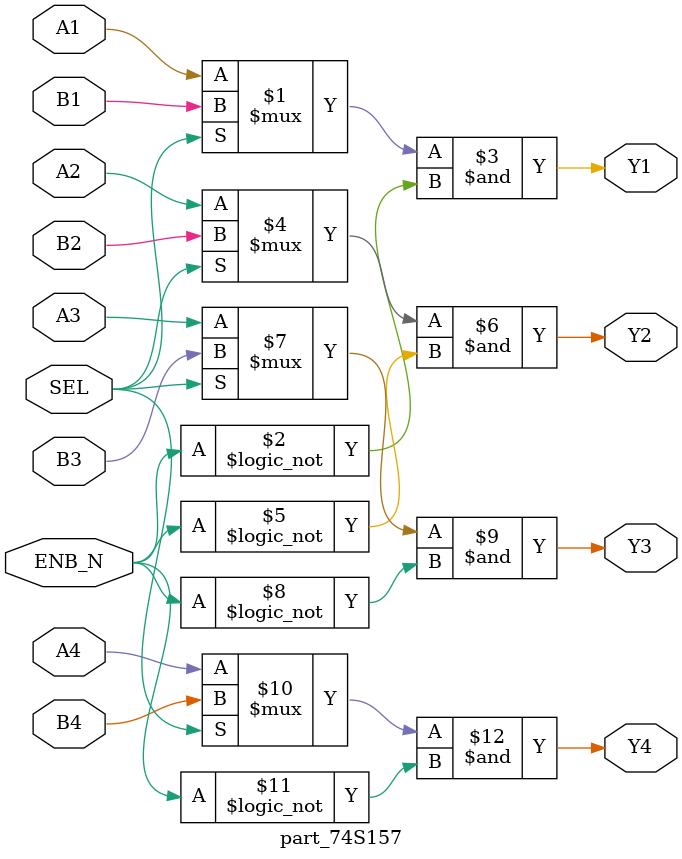
<source format=v>
/*
 * $Id$
 */

//`define REG_DELAY 1
`define REG_DELAY 0

module part_74S157 ( A1, B1, A2, B2, A3, B3, B4, A4, 
		     Y1, Y2, Y3, Y4,
		     SEL, ENB_N );
  input A1, B1, A2, B2, A3, B3, B4, A4;
  output Y1, Y2, Y3, Y4;
  input SEL, ENB_N;

  assign Y1 = (SEL ? B1 : A1) & !ENB_N;
  assign Y2 = (SEL ? B2 : A2) & !ENB_N;
  assign Y3 = (SEL ? B3 : A3) & !ENB_N;
  assign Y4 = (SEL ? B4 : A4) & !ENB_N;

/*
	not
		g1(_select, SEL),g2(_strobe, ENB_N);
	buf #(`REG_DELAY)
		g3(select2, SEL);
	and #(`REG_DELAY)
		g4(A_select, _strobe, _select),
		g5(B_select, _strobe, select2);
	and #(`REG_DELAY)
		g6(l1, A1, A_select),
		g7(l2, A2, A_select),
		g8(l3, A3, A_select),
		g9(l4, A4, A_select),
		g10(l5, B1, B_select),
		g11(l6, B2, B_select),
		g12(l7, B3, B_select),
		g13(l8, B4, B_select);
	or #(`REG_DELAY)
		g14(Y1, l1, l5),
		g15(Y2, l2, l6),
		g16(Y3, l3, l7),
		g17(Y4, l4, l8);
*/

endmodule

</source>
